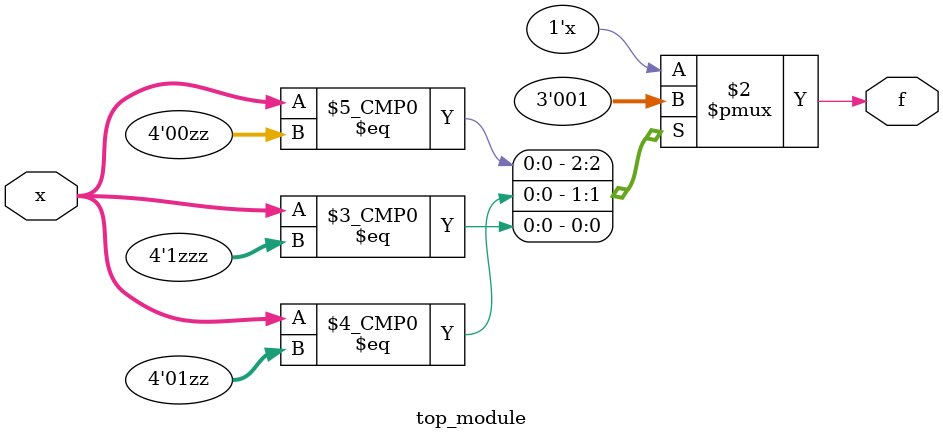
<source format=sv>
module top_module (
	input [4:1] x,
	output logic f
);

always_comb begin
    case (x)
        4'b00??: f = 0;   // d
        4'b01??: f = 0;
        4'b1???: f = 1;   // d
        4'b10??: f = 1;
    endcase
end

endmodule

</source>
